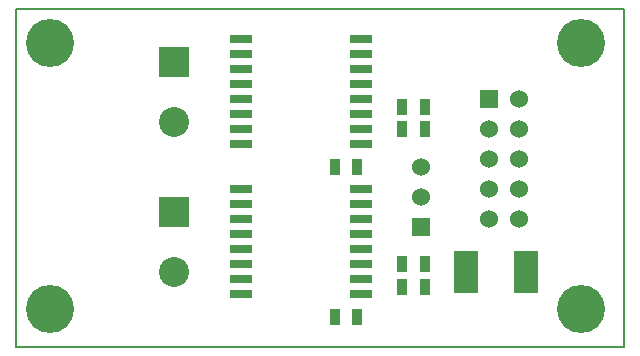
<source format=gts>
G04 (created by PCBNEW (2013-mar-13)-testing) date Thu 04 Apr 2013 06:28:06 PM CEST*
%MOIN*%
G04 Gerber Fmt 3.4, Leading zero omitted, Abs format*
%FSLAX34Y34*%
G01*
G70*
G90*
G04 APERTURE LIST*
%ADD10C,0.006*%
%ADD11C,0.00590551*%
%ADD12R,0.075X0.025*%
%ADD13R,0.035X0.055*%
%ADD14R,0.06X0.06*%
%ADD15C,0.06*%
%ADD16R,0.1X0.1*%
%ADD17C,0.1*%
%ADD18C,0.16*%
%ADD19R,0.08X0.14*%
G04 APERTURE END LIST*
G54D10*
G54D11*
X90000Y-64250D02*
X90000Y-53000D01*
X69750Y-64250D02*
X69750Y-53000D01*
X90000Y-53000D02*
X69750Y-53000D01*
X69750Y-64250D02*
X90000Y-64250D01*
G54D12*
X77250Y-59000D03*
X77250Y-59500D03*
X77250Y-60000D03*
X77250Y-60500D03*
X77250Y-61000D03*
X77250Y-61500D03*
X77250Y-62000D03*
X77250Y-62500D03*
X81250Y-62500D03*
X81250Y-62000D03*
X81250Y-61500D03*
X81250Y-61000D03*
X81250Y-60500D03*
X81250Y-60000D03*
X81250Y-59500D03*
X81250Y-59000D03*
X77250Y-54000D03*
X77250Y-54500D03*
X77250Y-55000D03*
X77250Y-55500D03*
X77250Y-56000D03*
X77250Y-56500D03*
X77250Y-57000D03*
X77250Y-57500D03*
X81250Y-57500D03*
X81250Y-57000D03*
X81250Y-56500D03*
X81250Y-56000D03*
X81250Y-55500D03*
X81250Y-55000D03*
X81250Y-54500D03*
X81250Y-54000D03*
G54D13*
X82625Y-56250D03*
X83375Y-56250D03*
X82625Y-57000D03*
X83375Y-57000D03*
X82625Y-61500D03*
X83375Y-61500D03*
X82625Y-62250D03*
X83375Y-62250D03*
X80375Y-63250D03*
X81125Y-63250D03*
X80375Y-58250D03*
X81125Y-58250D03*
G54D14*
X85500Y-56000D03*
G54D15*
X86500Y-56000D03*
X85500Y-57000D03*
X86500Y-57000D03*
X85500Y-58000D03*
X86500Y-58000D03*
X85500Y-59000D03*
X86500Y-59000D03*
X85500Y-60000D03*
X86500Y-60000D03*
G54D14*
X83250Y-60250D03*
G54D15*
X83250Y-59250D03*
X83250Y-58250D03*
G54D16*
X75000Y-54750D03*
G54D17*
X75000Y-56750D03*
G54D16*
X75000Y-59750D03*
G54D17*
X75000Y-61750D03*
G54D18*
X70866Y-62992D03*
X70866Y-54133D03*
X88582Y-54133D03*
X88582Y-62992D03*
G54D19*
X84750Y-61750D03*
X86750Y-61750D03*
M02*

</source>
